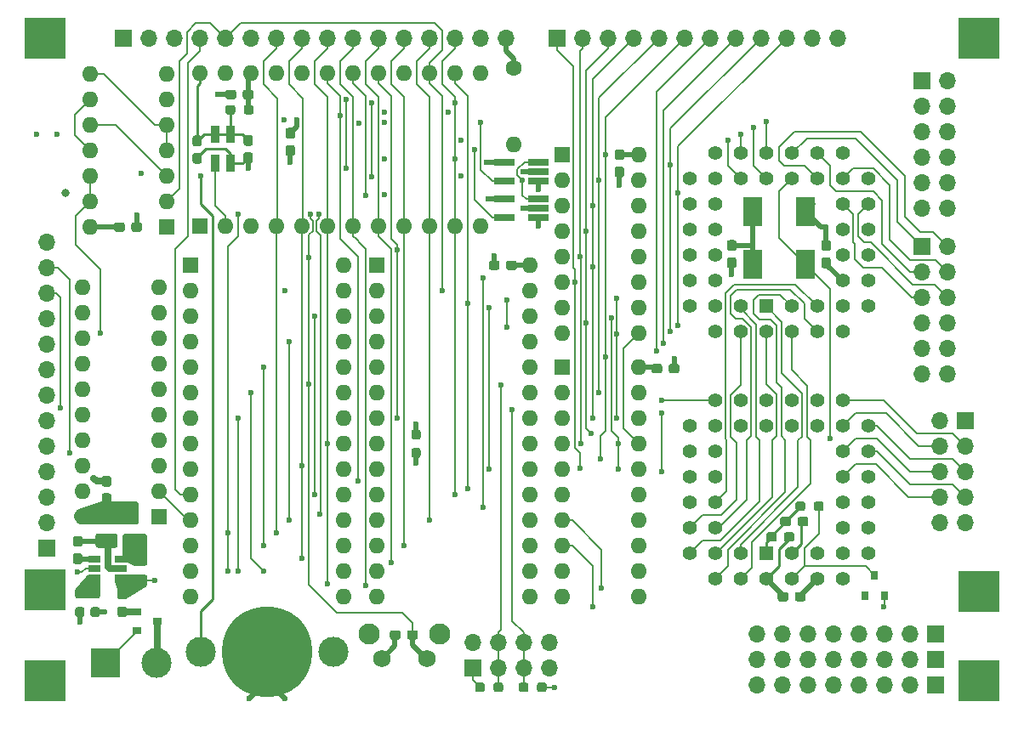
<source format=gbl>
G04 #@! TF.GenerationSoftware,KiCad,Pcbnew,5.1.9*
G04 #@! TF.CreationDate,2021-05-01T23:47:32-07:00*
G04 #@! TF.ProjectId,P80C550-EVN,50383043-3535-4302-9d45-564e2e6b6963,rev?*
G04 #@! TF.SameCoordinates,Original*
G04 #@! TF.FileFunction,Copper,L4,Bot*
G04 #@! TF.FilePolarity,Positive*
%FSLAX46Y46*%
G04 Gerber Fmt 4.6, Leading zero omitted, Abs format (unit mm)*
G04 Created by KiCad (PCBNEW 5.1.9) date 2021-05-01 23:47:32*
%MOMM*%
%LPD*%
G01*
G04 APERTURE LIST*
G04 #@! TA.AperFunction,ComponentPad*
%ADD10O,1.700000X1.700000*%
G04 #@! TD*
G04 #@! TA.AperFunction,ComponentPad*
%ADD11R,1.700000X1.700000*%
G04 #@! TD*
G04 #@! TA.AperFunction,SMDPad,CuDef*
%ADD12R,0.900000X0.800000*%
G04 #@! TD*
G04 #@! TA.AperFunction,ComponentPad*
%ADD13R,3.000000X3.000000*%
G04 #@! TD*
G04 #@! TA.AperFunction,ComponentPad*
%ADD14C,3.000000*%
G04 #@! TD*
G04 #@! TA.AperFunction,SMDPad,CuDef*
%ADD15R,1.220000X0.650000*%
G04 #@! TD*
G04 #@! TA.AperFunction,SMDPad,CuDef*
%ADD16R,2.000000X0.650000*%
G04 #@! TD*
G04 #@! TA.AperFunction,ComponentPad*
%ADD17R,4.100000X4.100000*%
G04 #@! TD*
G04 #@! TA.AperFunction,ComponentPad*
%ADD18R,1.422400X1.422400*%
G04 #@! TD*
G04 #@! TA.AperFunction,ComponentPad*
%ADD19C,1.422400*%
G04 #@! TD*
G04 #@! TA.AperFunction,SMDPad,CuDef*
%ADD20R,0.800000X0.900000*%
G04 #@! TD*
G04 #@! TA.AperFunction,SMDPad,CuDef*
%ADD21R,1.980000X3.000000*%
G04 #@! TD*
G04 #@! TA.AperFunction,SMDPad,CuDef*
%ADD22R,0.900000X1.750000*%
G04 #@! TD*
G04 #@! TA.AperFunction,ComponentPad*
%ADD23O,1.600000X1.600000*%
G04 #@! TD*
G04 #@! TA.AperFunction,ComponentPad*
%ADD24R,1.600000X1.600000*%
G04 #@! TD*
G04 #@! TA.AperFunction,SMDPad,CuDef*
%ADD25C,9.000000*%
G04 #@! TD*
G04 #@! TA.AperFunction,ComponentPad*
%ADD26C,2.100000*%
G04 #@! TD*
G04 #@! TA.AperFunction,ComponentPad*
%ADD27C,1.750000*%
G04 #@! TD*
G04 #@! TA.AperFunction,ComponentPad*
%ADD28C,1.600000*%
G04 #@! TD*
G04 #@! TA.AperFunction,ComponentPad*
%ADD29R,4.099999X4.099999*%
G04 #@! TD*
G04 #@! TA.AperFunction,ViaPad*
%ADD30C,0.600000*%
G04 #@! TD*
G04 #@! TA.AperFunction,ViaPad*
%ADD31C,0.800000*%
G04 #@! TD*
G04 #@! TA.AperFunction,Conductor*
%ADD32C,0.508000*%
G04 #@! TD*
G04 #@! TA.AperFunction,Conductor*
%ADD33C,0.254000*%
G04 #@! TD*
G04 #@! TA.AperFunction,Conductor*
%ADD34C,0.152400*%
G04 #@! TD*
G04 #@! TA.AperFunction,Conductor*
%ADD35C,0.698500*%
G04 #@! TD*
G04 #@! TA.AperFunction,Conductor*
%ADD36C,0.100000*%
G04 #@! TD*
G04 APERTURE END LIST*
G04 #@! TA.AperFunction,SMDPad,CuDef*
G36*
G01*
X107298500Y-120478500D02*
X106823500Y-120478500D01*
G75*
G02*
X106586000Y-120241000I0J237500D01*
G01*
X106586000Y-119641000D01*
G75*
G02*
X106823500Y-119403500I237500J0D01*
G01*
X107298500Y-119403500D01*
G75*
G02*
X107536000Y-119641000I0J-237500D01*
G01*
X107536000Y-120241000D01*
G75*
G02*
X107298500Y-120478500I-237500J0D01*
G01*
G37*
G04 #@! TD.AperFunction*
G04 #@! TA.AperFunction,SMDPad,CuDef*
G36*
G01*
X107298500Y-122203500D02*
X106823500Y-122203500D01*
G75*
G02*
X106586000Y-121966000I0J237500D01*
G01*
X106586000Y-121366000D01*
G75*
G02*
X106823500Y-121128500I237500J0D01*
G01*
X107298500Y-121128500D01*
G75*
G02*
X107536000Y-121366000I0J-237500D01*
G01*
X107536000Y-121966000D01*
G75*
G02*
X107298500Y-122203500I-237500J0D01*
G01*
G37*
G04 #@! TD.AperFunction*
D10*
X101105000Y-96099000D03*
X101105000Y-98639000D03*
X101105000Y-101179000D03*
X101105000Y-103719000D03*
X101105000Y-106259000D03*
X101105000Y-108799000D03*
X101105000Y-111339000D03*
X101105000Y-113879000D03*
X101105000Y-116419000D03*
X101105000Y-118959000D03*
X101105000Y-121499000D03*
X101105000Y-124039000D03*
D11*
X101105000Y-126579000D03*
D12*
X112109000Y-133893600D03*
X110109000Y-132943600D03*
X110109000Y-134843600D03*
G04 #@! TA.AperFunction,SMDPad,CuDef*
G36*
G01*
X107911000Y-124238600D02*
X106211000Y-124238600D01*
G75*
G02*
X105961000Y-123988600I0J250000D01*
G01*
X105961000Y-123063600D01*
G75*
G02*
X106211000Y-122813600I250000J0D01*
G01*
X107911000Y-122813600D01*
G75*
G02*
X108161000Y-123063600I0J-250000D01*
G01*
X108161000Y-123988600D01*
G75*
G02*
X107911000Y-124238600I-250000J0D01*
G01*
G37*
G04 #@! TD.AperFunction*
G04 #@! TA.AperFunction,SMDPad,CuDef*
G36*
G01*
X107911000Y-126563600D02*
X106211000Y-126563600D01*
G75*
G02*
X105961000Y-126313600I0J250000D01*
G01*
X105961000Y-125388600D01*
G75*
G02*
X106211000Y-125138600I250000J0D01*
G01*
X107911000Y-125138600D01*
G75*
G02*
X108161000Y-125388600I0J-250000D01*
G01*
X108161000Y-126313600D01*
G75*
G02*
X107911000Y-126563600I-250000J0D01*
G01*
G37*
G04 #@! TD.AperFunction*
G04 #@! TA.AperFunction,SMDPad,CuDef*
G36*
G01*
X108372900Y-132416000D02*
X108847900Y-132416000D01*
G75*
G02*
X109085400Y-132653500I0J-237500D01*
G01*
X109085400Y-133228500D01*
G75*
G02*
X108847900Y-133466000I-237500J0D01*
G01*
X108372900Y-133466000D01*
G75*
G02*
X108135400Y-133228500I0J237500D01*
G01*
X108135400Y-132653500D01*
G75*
G02*
X108372900Y-132416000I237500J0D01*
G01*
G37*
G04 #@! TD.AperFunction*
G04 #@! TA.AperFunction,SMDPad,CuDef*
G36*
G01*
X108372900Y-130666000D02*
X108847900Y-130666000D01*
G75*
G02*
X109085400Y-130903500I0J-237500D01*
G01*
X109085400Y-131478500D01*
G75*
G02*
X108847900Y-131716000I-237500J0D01*
G01*
X108372900Y-131716000D01*
G75*
G02*
X108135400Y-131478500I0J237500D01*
G01*
X108135400Y-130903500D01*
G75*
G02*
X108372900Y-130666000I237500J0D01*
G01*
G37*
G04 #@! TD.AperFunction*
G04 #@! TA.AperFunction,SMDPad,CuDef*
G36*
G01*
X109062500Y-125142500D02*
X110012500Y-125142500D01*
G75*
G02*
X110262500Y-125392500I0J-250000D01*
G01*
X110262500Y-126067500D01*
G75*
G02*
X110012500Y-126317500I-250000J0D01*
G01*
X109062500Y-126317500D01*
G75*
G02*
X108812500Y-126067500I0J250000D01*
G01*
X108812500Y-125392500D01*
G75*
G02*
X109062500Y-125142500I250000J0D01*
G01*
G37*
G04 #@! TD.AperFunction*
G04 #@! TA.AperFunction,SMDPad,CuDef*
G36*
G01*
X109062500Y-123067500D02*
X110012500Y-123067500D01*
G75*
G02*
X110262500Y-123317500I0J-250000D01*
G01*
X110262500Y-123992500D01*
G75*
G02*
X110012500Y-124242500I-250000J0D01*
G01*
X109062500Y-124242500D01*
G75*
G02*
X108812500Y-123992500I0J250000D01*
G01*
X108812500Y-123317500D01*
G75*
G02*
X109062500Y-123067500I250000J0D01*
G01*
G37*
G04 #@! TD.AperFunction*
G04 #@! TA.AperFunction,SMDPad,CuDef*
G36*
G01*
X110876100Y-128344600D02*
X109926100Y-128344600D01*
G75*
G02*
X109676100Y-128094600I0J250000D01*
G01*
X109676100Y-127419600D01*
G75*
G02*
X109926100Y-127169600I250000J0D01*
G01*
X110876100Y-127169600D01*
G75*
G02*
X111126100Y-127419600I0J-250000D01*
G01*
X111126100Y-128094600D01*
G75*
G02*
X110876100Y-128344600I-250000J0D01*
G01*
G37*
G04 #@! TD.AperFunction*
G04 #@! TA.AperFunction,SMDPad,CuDef*
G36*
G01*
X110876100Y-130419600D02*
X109926100Y-130419600D01*
G75*
G02*
X109676100Y-130169600I0J250000D01*
G01*
X109676100Y-129494600D01*
G75*
G02*
X109926100Y-129244600I250000J0D01*
G01*
X110876100Y-129244600D01*
G75*
G02*
X111126100Y-129494600I0J-250000D01*
G01*
X111126100Y-130169600D01*
G75*
G02*
X110876100Y-130419600I-250000J0D01*
G01*
G37*
G04 #@! TD.AperFunction*
G04 #@! TA.AperFunction,SMDPad,CuDef*
G36*
G01*
X103940600Y-127109100D02*
X104415600Y-127109100D01*
G75*
G02*
X104653100Y-127346600I0J-237500D01*
G01*
X104653100Y-127946600D01*
G75*
G02*
X104415600Y-128184100I-237500J0D01*
G01*
X103940600Y-128184100D01*
G75*
G02*
X103703100Y-127946600I0J237500D01*
G01*
X103703100Y-127346600D01*
G75*
G02*
X103940600Y-127109100I237500J0D01*
G01*
G37*
G04 #@! TD.AperFunction*
G04 #@! TA.AperFunction,SMDPad,CuDef*
G36*
G01*
X103940600Y-125384100D02*
X104415600Y-125384100D01*
G75*
G02*
X104653100Y-125621600I0J-237500D01*
G01*
X104653100Y-126221600D01*
G75*
G02*
X104415600Y-126459100I-237500J0D01*
G01*
X103940600Y-126459100D01*
G75*
G02*
X103703100Y-126221600I0J237500D01*
G01*
X103703100Y-125621600D01*
G75*
G02*
X103940600Y-125384100I237500J0D01*
G01*
G37*
G04 #@! TD.AperFunction*
D13*
X106934000Y-138049000D03*
D14*
X112014000Y-138049000D03*
D15*
X108472600Y-127675600D03*
X108472600Y-128625600D03*
X108472600Y-129575600D03*
X105852600Y-129575600D03*
X105852600Y-128625600D03*
X105852600Y-127675600D03*
G04 #@! TA.AperFunction,SMDPad,CuDef*
G36*
G01*
X106155500Y-131629600D02*
X105680500Y-131629600D01*
G75*
G02*
X105443000Y-131392100I0J237500D01*
G01*
X105443000Y-130892100D01*
G75*
G02*
X105680500Y-130654600I237500J0D01*
G01*
X106155500Y-130654600D01*
G75*
G02*
X106393000Y-130892100I0J-237500D01*
G01*
X106393000Y-131392100D01*
G75*
G02*
X106155500Y-131629600I-237500J0D01*
G01*
G37*
G04 #@! TD.AperFunction*
G04 #@! TA.AperFunction,SMDPad,CuDef*
G36*
G01*
X106155500Y-133454600D02*
X105680500Y-133454600D01*
G75*
G02*
X105443000Y-133217100I0J237500D01*
G01*
X105443000Y-132717100D01*
G75*
G02*
X105680500Y-132479600I237500J0D01*
G01*
X106155500Y-132479600D01*
G75*
G02*
X106393000Y-132717100I0J-237500D01*
G01*
X106393000Y-133217100D01*
G75*
G02*
X106155500Y-133454600I-237500J0D01*
G01*
G37*
G04 #@! TD.AperFunction*
G04 #@! TA.AperFunction,SMDPad,CuDef*
G36*
G01*
X104156500Y-132481340D02*
X104631500Y-132481340D01*
G75*
G02*
X104869000Y-132718840I0J-237500D01*
G01*
X104869000Y-133218840D01*
G75*
G02*
X104631500Y-133456340I-237500J0D01*
G01*
X104156500Y-133456340D01*
G75*
G02*
X103919000Y-133218840I0J237500D01*
G01*
X103919000Y-132718840D01*
G75*
G02*
X104156500Y-132481340I237500J0D01*
G01*
G37*
G04 #@! TD.AperFunction*
G04 #@! TA.AperFunction,SMDPad,CuDef*
G36*
G01*
X104156500Y-130656340D02*
X104631500Y-130656340D01*
G75*
G02*
X104869000Y-130893840I0J-237500D01*
G01*
X104869000Y-131393840D01*
G75*
G02*
X104631500Y-131631340I-237500J0D01*
G01*
X104156500Y-131631340D01*
G75*
G02*
X103919000Y-131393840I0J237500D01*
G01*
X103919000Y-130893840D01*
G75*
G02*
X104156500Y-130656340I237500J0D01*
G01*
G37*
G04 #@! TD.AperFunction*
G04 #@! TA.AperFunction,SMDPad,CuDef*
G36*
G01*
X138096000Y-117605000D02*
X137621000Y-117605000D01*
G75*
G02*
X137383500Y-117367500I0J237500D01*
G01*
X137383500Y-116867500D01*
G75*
G02*
X137621000Y-116630000I237500J0D01*
G01*
X138096000Y-116630000D01*
G75*
G02*
X138333500Y-116867500I0J-237500D01*
G01*
X138333500Y-117367500D01*
G75*
G02*
X138096000Y-117605000I-237500J0D01*
G01*
G37*
G04 #@! TD.AperFunction*
G04 #@! TA.AperFunction,SMDPad,CuDef*
G36*
G01*
X138096000Y-115780000D02*
X137621000Y-115780000D01*
G75*
G02*
X137383500Y-115542500I0J237500D01*
G01*
X137383500Y-115042500D01*
G75*
G02*
X137621000Y-114805000I237500J0D01*
G01*
X138096000Y-114805000D01*
G75*
G02*
X138333500Y-115042500I0J-237500D01*
G01*
X138333500Y-115542500D01*
G75*
G02*
X138096000Y-115780000I-237500J0D01*
G01*
G37*
G04 #@! TD.AperFunction*
G04 #@! TA.AperFunction,SMDPad,CuDef*
G36*
G01*
X146181100Y-98187500D02*
X146181100Y-98662500D01*
G75*
G02*
X145943600Y-98900000I-237500J0D01*
G01*
X145343600Y-98900000D01*
G75*
G02*
X145106100Y-98662500I0J237500D01*
G01*
X145106100Y-98187500D01*
G75*
G02*
X145343600Y-97950000I237500J0D01*
G01*
X145943600Y-97950000D01*
G75*
G02*
X146181100Y-98187500I0J-237500D01*
G01*
G37*
G04 #@! TD.AperFunction*
G04 #@! TA.AperFunction,SMDPad,CuDef*
G36*
G01*
X147906100Y-98187500D02*
X147906100Y-98662500D01*
G75*
G02*
X147668600Y-98900000I-237500J0D01*
G01*
X147068600Y-98900000D01*
G75*
G02*
X146831100Y-98662500I0J237500D01*
G01*
X146831100Y-98187500D01*
G75*
G02*
X147068600Y-97950000I237500J0D01*
G01*
X147668600Y-97950000D01*
G75*
G02*
X147906100Y-98187500I0J-237500D01*
G01*
G37*
G04 #@! TD.AperFunction*
D16*
X146613300Y-91803100D03*
X146613300Y-93703100D03*
X150033300Y-93703100D03*
X150033300Y-92753100D03*
X150033300Y-91803100D03*
X146630500Y-88140500D03*
X146630500Y-90040500D03*
X150050500Y-90040500D03*
X150050500Y-89090500D03*
X150050500Y-88140500D03*
D10*
X190005000Y-124039000D03*
X192545000Y-124039000D03*
X190005000Y-121499000D03*
X192545000Y-121499000D03*
X190005000Y-118959000D03*
X192545000Y-118959000D03*
X190005000Y-116419000D03*
X192545000Y-116419000D03*
X190005000Y-113879000D03*
D11*
X192545000Y-113879000D03*
D17*
X193925000Y-139827000D03*
X100925000Y-139827000D03*
G04 #@! TA.AperFunction,SMDPad,CuDef*
G36*
G01*
X145562500Y-140699500D02*
X145562500Y-140224500D01*
G75*
G02*
X145800000Y-139987000I237500J0D01*
G01*
X146300000Y-139987000D01*
G75*
G02*
X146537500Y-140224500I0J-237500D01*
G01*
X146537500Y-140699500D01*
G75*
G02*
X146300000Y-140937000I-237500J0D01*
G01*
X145800000Y-140937000D01*
G75*
G02*
X145562500Y-140699500I0J237500D01*
G01*
G37*
G04 #@! TD.AperFunction*
G04 #@! TA.AperFunction,SMDPad,CuDef*
G36*
G01*
X143737500Y-140699500D02*
X143737500Y-140224500D01*
G75*
G02*
X143975000Y-139987000I237500J0D01*
G01*
X144475000Y-139987000D01*
G75*
G02*
X144712500Y-140224500I0J-237500D01*
G01*
X144712500Y-140699500D01*
G75*
G02*
X144475000Y-140937000I-237500J0D01*
G01*
X143975000Y-140937000D01*
G75*
G02*
X143737500Y-140699500I0J237500D01*
G01*
G37*
G04 #@! TD.AperFunction*
G04 #@! TA.AperFunction,SMDPad,CuDef*
G36*
G01*
X149054000Y-140224500D02*
X149054000Y-140699500D01*
G75*
G02*
X148816500Y-140937000I-237500J0D01*
G01*
X148316500Y-140937000D01*
G75*
G02*
X148079000Y-140699500I0J237500D01*
G01*
X148079000Y-140224500D01*
G75*
G02*
X148316500Y-139987000I237500J0D01*
G01*
X148816500Y-139987000D01*
G75*
G02*
X149054000Y-140224500I0J-237500D01*
G01*
G37*
G04 #@! TD.AperFunction*
G04 #@! TA.AperFunction,SMDPad,CuDef*
G36*
G01*
X150879000Y-140224500D02*
X150879000Y-140699500D01*
G75*
G02*
X150641500Y-140937000I-237500J0D01*
G01*
X150141500Y-140937000D01*
G75*
G02*
X149904000Y-140699500I0J237500D01*
G01*
X149904000Y-140224500D01*
G75*
G02*
X150141500Y-139987000I237500J0D01*
G01*
X150641500Y-139987000D01*
G75*
G02*
X150879000Y-140224500I0J-237500D01*
G01*
G37*
G04 #@! TD.AperFunction*
D10*
X151130000Y-136017000D03*
X151130000Y-138557000D03*
X148590000Y-136017000D03*
X148590000Y-138557000D03*
X146050000Y-136017000D03*
X146050000Y-138557000D03*
X143510000Y-136017000D03*
D11*
X143510000Y-138557000D03*
X188214000Y-80010000D03*
D10*
X190754000Y-80010000D03*
X188214000Y-82550000D03*
X190754000Y-82550000D03*
X188214000Y-85090000D03*
X190754000Y-85090000D03*
X188214000Y-87630000D03*
X190754000Y-87630000D03*
X188214000Y-90170000D03*
X190754000Y-90170000D03*
X188214000Y-92710000D03*
X190754000Y-92710000D03*
D18*
X172720000Y-127127000D03*
D19*
X175260000Y-127127000D03*
X177800000Y-127127000D03*
X170180000Y-127127000D03*
X167640000Y-127127000D03*
X175260000Y-129667000D03*
X177800000Y-129667000D03*
X180340000Y-129667000D03*
X172720000Y-129667000D03*
X170180000Y-129667000D03*
X180340000Y-127127000D03*
X180340000Y-124587000D03*
X180340000Y-122047000D03*
X180340000Y-119507000D03*
X180340000Y-116967000D03*
X182880000Y-127127000D03*
X182880000Y-124587000D03*
X182880000Y-122047000D03*
X182880000Y-119507000D03*
X182880000Y-116967000D03*
X182880000Y-114427000D03*
X180340000Y-114427000D03*
X177800000Y-114427000D03*
X175260000Y-114427000D03*
X172720000Y-114427000D03*
X170180000Y-114427000D03*
X165100000Y-114427000D03*
X180340000Y-111887000D03*
X177800000Y-111887000D03*
X175260000Y-111887000D03*
X172720000Y-111887000D03*
X170180000Y-111887000D03*
X167640000Y-111887000D03*
X167640000Y-114427000D03*
X167640000Y-116967000D03*
X167640000Y-119507000D03*
X167640000Y-122047000D03*
X167640000Y-124587000D03*
X167640000Y-129667000D03*
X165100000Y-116967000D03*
X165100000Y-119507000D03*
X165100000Y-122047000D03*
X165100000Y-124587000D03*
X165100000Y-127127000D03*
D10*
X171831000Y-140208000D03*
X174371000Y-140208000D03*
X176911000Y-140208000D03*
X179451000Y-140208000D03*
X181991000Y-140208000D03*
X184531000Y-140208000D03*
X187071000Y-140208000D03*
D11*
X189611000Y-140208000D03*
D19*
X165100000Y-102489000D03*
X165100000Y-99949000D03*
X165100000Y-97409000D03*
X165100000Y-94869000D03*
X165100000Y-92329000D03*
X167640000Y-105029000D03*
X167640000Y-99949000D03*
X167640000Y-97409000D03*
X167640000Y-94869000D03*
X167640000Y-92329000D03*
X167640000Y-89789000D03*
X167640000Y-87249000D03*
X170180000Y-87249000D03*
X172720000Y-87249000D03*
X175260000Y-87249000D03*
X177800000Y-87249000D03*
X180340000Y-87249000D03*
X165100000Y-89789000D03*
X170180000Y-89789000D03*
X172720000Y-89789000D03*
X175260000Y-89789000D03*
X177800000Y-89789000D03*
X180340000Y-89789000D03*
X182880000Y-89789000D03*
X182880000Y-92329000D03*
X182880000Y-94869000D03*
X182880000Y-97409000D03*
X182880000Y-99949000D03*
X182880000Y-102489000D03*
X180340000Y-92329000D03*
X180340000Y-94869000D03*
X180340000Y-97409000D03*
X180340000Y-99949000D03*
X180340000Y-102489000D03*
X170180000Y-105029000D03*
X172720000Y-105029000D03*
X180340000Y-105029000D03*
X177800000Y-105029000D03*
X175260000Y-105029000D03*
X167640000Y-102489000D03*
X170180000Y-102489000D03*
X177800000Y-102489000D03*
X175260000Y-102489000D03*
D18*
X172720000Y-102489000D03*
D20*
X183515000Y-129302000D03*
X182565000Y-131302000D03*
X184465000Y-131302000D03*
G04 #@! TA.AperFunction,SMDPad,CuDef*
G36*
G01*
X175839000Y-124189500D02*
X175839000Y-123714500D01*
G75*
G02*
X176076500Y-123477000I237500J0D01*
G01*
X176676500Y-123477000D01*
G75*
G02*
X176914000Y-123714500I0J-237500D01*
G01*
X176914000Y-124189500D01*
G75*
G02*
X176676500Y-124427000I-237500J0D01*
G01*
X176076500Y-124427000D01*
G75*
G02*
X175839000Y-124189500I0J237500D01*
G01*
G37*
G04 #@! TD.AperFunction*
G04 #@! TA.AperFunction,SMDPad,CuDef*
G36*
G01*
X174114000Y-124189500D02*
X174114000Y-123714500D01*
G75*
G02*
X174351500Y-123477000I237500J0D01*
G01*
X174951500Y-123477000D01*
G75*
G02*
X175189000Y-123714500I0J-237500D01*
G01*
X175189000Y-124189500D01*
G75*
G02*
X174951500Y-124427000I-237500J0D01*
G01*
X174351500Y-124427000D01*
G75*
G02*
X174114000Y-124189500I0J237500D01*
G01*
G37*
G04 #@! TD.AperFunction*
G04 #@! TA.AperFunction,SMDPad,CuDef*
G36*
G01*
X176613000Y-122190500D02*
X176613000Y-122665500D01*
G75*
G02*
X176375500Y-122903000I-237500J0D01*
G01*
X175875500Y-122903000D01*
G75*
G02*
X175638000Y-122665500I0J237500D01*
G01*
X175638000Y-122190500D01*
G75*
G02*
X175875500Y-121953000I237500J0D01*
G01*
X176375500Y-121953000D01*
G75*
G02*
X176613000Y-122190500I0J-237500D01*
G01*
G37*
G04 #@! TD.AperFunction*
G04 #@! TA.AperFunction,SMDPad,CuDef*
G36*
G01*
X178438000Y-122190500D02*
X178438000Y-122665500D01*
G75*
G02*
X178200500Y-122903000I-237500J0D01*
G01*
X177700500Y-122903000D01*
G75*
G02*
X177463000Y-122665500I0J237500D01*
G01*
X177463000Y-122190500D01*
G75*
G02*
X177700500Y-121953000I237500J0D01*
G01*
X178200500Y-121953000D01*
G75*
G02*
X178438000Y-122190500I0J-237500D01*
G01*
G37*
G04 #@! TD.AperFunction*
G04 #@! TA.AperFunction,SMDPad,CuDef*
G36*
G01*
X174481000Y-125713500D02*
X174481000Y-125238500D01*
G75*
G02*
X174718500Y-125001000I237500J0D01*
G01*
X175293500Y-125001000D01*
G75*
G02*
X175531000Y-125238500I0J-237500D01*
G01*
X175531000Y-125713500D01*
G75*
G02*
X175293500Y-125951000I-237500J0D01*
G01*
X174718500Y-125951000D01*
G75*
G02*
X174481000Y-125713500I0J237500D01*
G01*
G37*
G04 #@! TD.AperFunction*
G04 #@! TA.AperFunction,SMDPad,CuDef*
G36*
G01*
X172731000Y-125713500D02*
X172731000Y-125238500D01*
G75*
G02*
X172968500Y-125001000I237500J0D01*
G01*
X173543500Y-125001000D01*
G75*
G02*
X173781000Y-125238500I0J-237500D01*
G01*
X173781000Y-125713500D01*
G75*
G02*
X173543500Y-125951000I-237500J0D01*
G01*
X172968500Y-125951000D01*
G75*
G02*
X172731000Y-125713500I0J237500D01*
G01*
G37*
G04 #@! TD.AperFunction*
D21*
X171360000Y-98291000D03*
X176620000Y-98291000D03*
X176620000Y-93091000D03*
X171360000Y-93091000D03*
D22*
X117830000Y-85365000D03*
X117830000Y-88265000D03*
X119380000Y-88265000D03*
X119380000Y-85365000D03*
G04 #@! TA.AperFunction,SMDPad,CuDef*
G36*
G01*
X120717500Y-83168500D02*
X120717500Y-82693500D01*
G75*
G02*
X120955000Y-82456000I237500J0D01*
G01*
X121455000Y-82456000D01*
G75*
G02*
X121692500Y-82693500I0J-237500D01*
G01*
X121692500Y-83168500D01*
G75*
G02*
X121455000Y-83406000I-237500J0D01*
G01*
X120955000Y-83406000D01*
G75*
G02*
X120717500Y-83168500I0J237500D01*
G01*
G37*
G04 #@! TD.AperFunction*
G04 #@! TA.AperFunction,SMDPad,CuDef*
G36*
G01*
X118892500Y-83168500D02*
X118892500Y-82693500D01*
G75*
G02*
X119130000Y-82456000I237500J0D01*
G01*
X119630000Y-82456000D01*
G75*
G02*
X119867500Y-82693500I0J-237500D01*
G01*
X119867500Y-83168500D01*
G75*
G02*
X119630000Y-83406000I-237500J0D01*
G01*
X119130000Y-83406000D01*
G75*
G02*
X118892500Y-83168500I0J237500D01*
G01*
G37*
G04 #@! TD.AperFunction*
G04 #@! TA.AperFunction,SMDPad,CuDef*
G36*
G01*
X120618300Y-81644500D02*
X120618300Y-81169500D01*
G75*
G02*
X120855800Y-80932000I237500J0D01*
G01*
X121455800Y-80932000D01*
G75*
G02*
X121693300Y-81169500I0J-237500D01*
G01*
X121693300Y-81644500D01*
G75*
G02*
X121455800Y-81882000I-237500J0D01*
G01*
X120855800Y-81882000D01*
G75*
G02*
X120618300Y-81644500I0J237500D01*
G01*
G37*
G04 #@! TD.AperFunction*
G04 #@! TA.AperFunction,SMDPad,CuDef*
G36*
G01*
X118893300Y-81644500D02*
X118893300Y-81169500D01*
G75*
G02*
X119130800Y-80932000I237500J0D01*
G01*
X119730800Y-80932000D01*
G75*
G02*
X119968300Y-81169500I0J-237500D01*
G01*
X119968300Y-81644500D01*
G75*
G02*
X119730800Y-81882000I-237500J0D01*
G01*
X119130800Y-81882000D01*
G75*
G02*
X118893300Y-81644500I0J237500D01*
G01*
G37*
G04 #@! TD.AperFunction*
D23*
X116332000Y-79248000D03*
X144272000Y-94488000D03*
X118872000Y-79248000D03*
X141732000Y-94488000D03*
X121412000Y-79248000D03*
X139192000Y-94488000D03*
X123952000Y-79248000D03*
X136652000Y-94488000D03*
X126492000Y-79248000D03*
X134112000Y-94488000D03*
X129032000Y-79248000D03*
X131572000Y-94488000D03*
X131572000Y-79248000D03*
X129032000Y-94488000D03*
X134112000Y-79248000D03*
X126492000Y-94488000D03*
X136652000Y-79248000D03*
X123952000Y-94488000D03*
X139192000Y-79248000D03*
X121412000Y-94488000D03*
X141732000Y-79248000D03*
X118872000Y-94488000D03*
X144272000Y-79248000D03*
D24*
X116332000Y-94488000D03*
D25*
X123063000Y-136906000D03*
D14*
X116463000Y-136906000D03*
X129663000Y-136906000D03*
D10*
X171831000Y-137668000D03*
X174371000Y-137668000D03*
X176911000Y-137668000D03*
X179451000Y-137668000D03*
X181991000Y-137668000D03*
X184531000Y-137668000D03*
X187071000Y-137668000D03*
D11*
X189611000Y-137668000D03*
D10*
X171831000Y-135128000D03*
X174371000Y-135128000D03*
X176911000Y-135128000D03*
X179451000Y-135128000D03*
X181991000Y-135128000D03*
X184531000Y-135128000D03*
X187071000Y-135128000D03*
D11*
X189611000Y-135128000D03*
D24*
X133959600Y-98425000D03*
D23*
X149199600Y-131445000D03*
X133959600Y-100965000D03*
X149199600Y-128905000D03*
X133959600Y-103505000D03*
X149199600Y-126365000D03*
X133959600Y-106045000D03*
X149199600Y-123825000D03*
X133959600Y-108585000D03*
X149199600Y-121285000D03*
X133959600Y-111125000D03*
X149199600Y-118745000D03*
X133959600Y-113665000D03*
X149199600Y-116205000D03*
X133959600Y-116205000D03*
X149199600Y-113665000D03*
X133959600Y-118745000D03*
X149199600Y-111125000D03*
X133959600Y-121285000D03*
X149199600Y-108585000D03*
X133959600Y-123825000D03*
X149199600Y-106045000D03*
X133959600Y-126365000D03*
X149199600Y-103505000D03*
X133959600Y-128905000D03*
X149199600Y-100965000D03*
X133959600Y-131445000D03*
X149199600Y-98425000D03*
D26*
X133178000Y-135128000D03*
D27*
X134438000Y-137618000D03*
X138938000Y-137618000D03*
D26*
X140188000Y-135128000D03*
G04 #@! TA.AperFunction,SMDPad,CuDef*
G36*
G01*
X136327000Y-135017500D02*
X136327000Y-135492500D01*
G75*
G02*
X136089500Y-135730000I-237500J0D01*
G01*
X135489500Y-135730000D01*
G75*
G02*
X135252000Y-135492500I0J237500D01*
G01*
X135252000Y-135017500D01*
G75*
G02*
X135489500Y-134780000I237500J0D01*
G01*
X136089500Y-134780000D01*
G75*
G02*
X136327000Y-135017500I0J-237500D01*
G01*
G37*
G04 #@! TD.AperFunction*
G04 #@! TA.AperFunction,SMDPad,CuDef*
G36*
G01*
X138052000Y-135017500D02*
X138052000Y-135492500D01*
G75*
G02*
X137814500Y-135730000I-237500J0D01*
G01*
X137214500Y-135730000D01*
G75*
G02*
X136977000Y-135492500I0J237500D01*
G01*
X136977000Y-135017500D01*
G75*
G02*
X137214500Y-134780000I237500J0D01*
G01*
X137814500Y-134780000D01*
G75*
G02*
X138052000Y-135017500I0J-237500D01*
G01*
G37*
G04 #@! TD.AperFunction*
D11*
X188214000Y-96520000D03*
D10*
X190754000Y-96520000D03*
X188214000Y-99060000D03*
X190754000Y-99060000D03*
X188214000Y-101600000D03*
X190754000Y-101600000D03*
X188214000Y-104140000D03*
X190754000Y-104140000D03*
X188214000Y-106680000D03*
X190754000Y-106680000D03*
X188214000Y-109220000D03*
X190754000Y-109220000D03*
G04 #@! TA.AperFunction,SMDPad,CuDef*
G36*
G01*
X120920500Y-87166500D02*
X121395500Y-87166500D01*
G75*
G02*
X121633000Y-87404000I0J-237500D01*
G01*
X121633000Y-88004000D01*
G75*
G02*
X121395500Y-88241500I-237500J0D01*
G01*
X120920500Y-88241500D01*
G75*
G02*
X120683000Y-88004000I0J237500D01*
G01*
X120683000Y-87404000D01*
G75*
G02*
X120920500Y-87166500I237500J0D01*
G01*
G37*
G04 #@! TD.AperFunction*
G04 #@! TA.AperFunction,SMDPad,CuDef*
G36*
G01*
X120920500Y-85441500D02*
X121395500Y-85441500D01*
G75*
G02*
X121633000Y-85679000I0J-237500D01*
G01*
X121633000Y-86279000D01*
G75*
G02*
X121395500Y-86516500I-237500J0D01*
G01*
X120920500Y-86516500D01*
G75*
G02*
X120683000Y-86279000I0J237500D01*
G01*
X120683000Y-85679000D01*
G75*
G02*
X120920500Y-85441500I237500J0D01*
G01*
G37*
G04 #@! TD.AperFunction*
G04 #@! TA.AperFunction,SMDPad,CuDef*
G36*
G01*
X115840500Y-87219500D02*
X116315500Y-87219500D01*
G75*
G02*
X116553000Y-87457000I0J-237500D01*
G01*
X116553000Y-88057000D01*
G75*
G02*
X116315500Y-88294500I-237500J0D01*
G01*
X115840500Y-88294500D01*
G75*
G02*
X115603000Y-88057000I0J237500D01*
G01*
X115603000Y-87457000D01*
G75*
G02*
X115840500Y-87219500I237500J0D01*
G01*
G37*
G04 #@! TD.AperFunction*
G04 #@! TA.AperFunction,SMDPad,CuDef*
G36*
G01*
X115840500Y-85494500D02*
X116315500Y-85494500D01*
G75*
G02*
X116553000Y-85732000I0J-237500D01*
G01*
X116553000Y-86332000D01*
G75*
G02*
X116315500Y-86569500I-237500J0D01*
G01*
X115840500Y-86569500D01*
G75*
G02*
X115603000Y-86332000I0J237500D01*
G01*
X115603000Y-85732000D01*
G75*
G02*
X115840500Y-85494500I237500J0D01*
G01*
G37*
G04 #@! TD.AperFunction*
G04 #@! TA.AperFunction,SMDPad,CuDef*
G36*
G01*
X109518500Y-94852500D02*
X109518500Y-94377500D01*
G75*
G02*
X109756000Y-94140000I237500J0D01*
G01*
X110356000Y-94140000D01*
G75*
G02*
X110593500Y-94377500I0J-237500D01*
G01*
X110593500Y-94852500D01*
G75*
G02*
X110356000Y-95090000I-237500J0D01*
G01*
X109756000Y-95090000D01*
G75*
G02*
X109518500Y-94852500I0J237500D01*
G01*
G37*
G04 #@! TD.AperFunction*
G04 #@! TA.AperFunction,SMDPad,CuDef*
G36*
G01*
X107793500Y-94852500D02*
X107793500Y-94377500D01*
G75*
G02*
X108031000Y-94140000I237500J0D01*
G01*
X108631000Y-94140000D01*
G75*
G02*
X108868500Y-94377500I0J-237500D01*
G01*
X108868500Y-94852500D01*
G75*
G02*
X108631000Y-95090000I-237500J0D01*
G01*
X108031000Y-95090000D01*
G75*
G02*
X107793500Y-94852500I0J237500D01*
G01*
G37*
G04 #@! TD.AperFunction*
G04 #@! TA.AperFunction,SMDPad,CuDef*
G36*
G01*
X163012000Y-108949500D02*
X163012000Y-108474500D01*
G75*
G02*
X163249500Y-108237000I237500J0D01*
G01*
X163849500Y-108237000D01*
G75*
G02*
X164087000Y-108474500I0J-237500D01*
G01*
X164087000Y-108949500D01*
G75*
G02*
X163849500Y-109187000I-237500J0D01*
G01*
X163249500Y-109187000D01*
G75*
G02*
X163012000Y-108949500I0J237500D01*
G01*
G37*
G04 #@! TD.AperFunction*
G04 #@! TA.AperFunction,SMDPad,CuDef*
G36*
G01*
X161287000Y-108949500D02*
X161287000Y-108474500D01*
G75*
G02*
X161524500Y-108237000I237500J0D01*
G01*
X162124500Y-108237000D01*
G75*
G02*
X162362000Y-108474500I0J-237500D01*
G01*
X162362000Y-108949500D01*
G75*
G02*
X162124500Y-109187000I-237500J0D01*
G01*
X161524500Y-109187000D01*
G75*
G02*
X161287000Y-108949500I0J237500D01*
G01*
G37*
G04 #@! TD.AperFunction*
G04 #@! TA.AperFunction,SMDPad,CuDef*
G36*
G01*
X175585000Y-131682500D02*
X175585000Y-131207500D01*
G75*
G02*
X175822500Y-130970000I237500J0D01*
G01*
X176422500Y-130970000D01*
G75*
G02*
X176660000Y-131207500I0J-237500D01*
G01*
X176660000Y-131682500D01*
G75*
G02*
X176422500Y-131920000I-237500J0D01*
G01*
X175822500Y-131920000D01*
G75*
G02*
X175585000Y-131682500I0J237500D01*
G01*
G37*
G04 #@! TD.AperFunction*
G04 #@! TA.AperFunction,SMDPad,CuDef*
G36*
G01*
X173860000Y-131682500D02*
X173860000Y-131207500D01*
G75*
G02*
X174097500Y-130970000I237500J0D01*
G01*
X174697500Y-130970000D01*
G75*
G02*
X174935000Y-131207500I0J-237500D01*
G01*
X174935000Y-131682500D01*
G75*
G02*
X174697500Y-131920000I-237500J0D01*
G01*
X174097500Y-131920000D01*
G75*
G02*
X173860000Y-131682500I0J237500D01*
G01*
G37*
G04 #@! TD.AperFunction*
D23*
X147574000Y-86360000D03*
D28*
X147574000Y-78740000D03*
G04 #@! TA.AperFunction,SMDPad,CuDef*
G36*
G01*
X157877500Y-88590000D02*
X158352500Y-88590000D01*
G75*
G02*
X158590000Y-88827500I0J-237500D01*
G01*
X158590000Y-89427500D01*
G75*
G02*
X158352500Y-89665000I-237500J0D01*
G01*
X157877500Y-89665000D01*
G75*
G02*
X157640000Y-89427500I0J237500D01*
G01*
X157640000Y-88827500D01*
G75*
G02*
X157877500Y-88590000I237500J0D01*
G01*
G37*
G04 #@! TD.AperFunction*
G04 #@! TA.AperFunction,SMDPad,CuDef*
G36*
G01*
X157877500Y-86865000D02*
X158352500Y-86865000D01*
G75*
G02*
X158590000Y-87102500I0J-237500D01*
G01*
X158590000Y-87702500D01*
G75*
G02*
X158352500Y-87940000I-237500J0D01*
G01*
X157877500Y-87940000D01*
G75*
G02*
X157640000Y-87702500I0J237500D01*
G01*
X157640000Y-87102500D01*
G75*
G02*
X157877500Y-86865000I237500J0D01*
G01*
G37*
G04 #@! TD.AperFunction*
G04 #@! TA.AperFunction,SMDPad,CuDef*
G36*
G01*
X169053500Y-97633500D02*
X169528500Y-97633500D01*
G75*
G02*
X169766000Y-97871000I0J-237500D01*
G01*
X169766000Y-98471000D01*
G75*
G02*
X169528500Y-98708500I-237500J0D01*
G01*
X169053500Y-98708500D01*
G75*
G02*
X168816000Y-98471000I0J237500D01*
G01*
X168816000Y-97871000D01*
G75*
G02*
X169053500Y-97633500I237500J0D01*
G01*
G37*
G04 #@! TD.AperFunction*
G04 #@! TA.AperFunction,SMDPad,CuDef*
G36*
G01*
X169053500Y-95908500D02*
X169528500Y-95908500D01*
G75*
G02*
X169766000Y-96146000I0J-237500D01*
G01*
X169766000Y-96746000D01*
G75*
G02*
X169528500Y-96983500I-237500J0D01*
G01*
X169053500Y-96983500D01*
G75*
G02*
X168816000Y-96746000I0J237500D01*
G01*
X168816000Y-96146000D01*
G75*
G02*
X169053500Y-95908500I237500J0D01*
G01*
G37*
G04 #@! TD.AperFunction*
G04 #@! TA.AperFunction,SMDPad,CuDef*
G36*
G01*
X178926500Y-96983500D02*
X178451500Y-96983500D01*
G75*
G02*
X178214000Y-96746000I0J237500D01*
G01*
X178214000Y-96146000D01*
G75*
G02*
X178451500Y-95908500I237500J0D01*
G01*
X178926500Y-95908500D01*
G75*
G02*
X179164000Y-96146000I0J-237500D01*
G01*
X179164000Y-96746000D01*
G75*
G02*
X178926500Y-96983500I-237500J0D01*
G01*
G37*
G04 #@! TD.AperFunction*
G04 #@! TA.AperFunction,SMDPad,CuDef*
G36*
G01*
X178926500Y-98708500D02*
X178451500Y-98708500D01*
G75*
G02*
X178214000Y-98471000I0J237500D01*
G01*
X178214000Y-97871000D01*
G75*
G02*
X178451500Y-97633500I237500J0D01*
G01*
X178926500Y-97633500D01*
G75*
G02*
X179164000Y-97871000I0J-237500D01*
G01*
X179164000Y-98471000D01*
G75*
G02*
X178926500Y-98708500I-237500J0D01*
G01*
G37*
G04 #@! TD.AperFunction*
G04 #@! TA.AperFunction,SMDPad,CuDef*
G36*
G01*
X125111500Y-86457500D02*
X125586500Y-86457500D01*
G75*
G02*
X125824000Y-86695000I0J-237500D01*
G01*
X125824000Y-87295000D01*
G75*
G02*
X125586500Y-87532500I-237500J0D01*
G01*
X125111500Y-87532500D01*
G75*
G02*
X124874000Y-87295000I0J237500D01*
G01*
X124874000Y-86695000D01*
G75*
G02*
X125111500Y-86457500I237500J0D01*
G01*
G37*
G04 #@! TD.AperFunction*
G04 #@! TA.AperFunction,SMDPad,CuDef*
G36*
G01*
X125111500Y-84732500D02*
X125586500Y-84732500D01*
G75*
G02*
X125824000Y-84970000I0J-237500D01*
G01*
X125824000Y-85570000D01*
G75*
G02*
X125586500Y-85807500I-237500J0D01*
G01*
X125111500Y-85807500D01*
G75*
G02*
X124874000Y-85570000I0J237500D01*
G01*
X124874000Y-84970000D01*
G75*
G02*
X125111500Y-84732500I237500J0D01*
G01*
G37*
G04 #@! TD.AperFunction*
D11*
X151905000Y-75779000D03*
D10*
X154445000Y-75779000D03*
X156985000Y-75779000D03*
X159525000Y-75779000D03*
X162065000Y-75779000D03*
X164605000Y-75779000D03*
X167145000Y-75779000D03*
X169685000Y-75779000D03*
X172225000Y-75779000D03*
X174765000Y-75779000D03*
X177305000Y-75779000D03*
X179845000Y-75779000D03*
D23*
X130683000Y-98425000D03*
X115443000Y-131445000D03*
X130683000Y-100965000D03*
X115443000Y-128905000D03*
X130683000Y-103505000D03*
X115443000Y-126365000D03*
X130683000Y-106045000D03*
X115443000Y-123825000D03*
X130683000Y-108585000D03*
X115443000Y-121285000D03*
X130683000Y-111125000D03*
X115443000Y-118745000D03*
X130683000Y-113665000D03*
X115443000Y-116205000D03*
X130683000Y-116205000D03*
X115443000Y-113665000D03*
X130683000Y-118745000D03*
X115443000Y-111125000D03*
X130683000Y-121285000D03*
X115443000Y-108585000D03*
X130683000Y-123825000D03*
X115443000Y-106045000D03*
X130683000Y-126365000D03*
X115443000Y-103505000D03*
X130683000Y-128905000D03*
X115443000Y-100965000D03*
X130683000Y-131445000D03*
D24*
X115443000Y-98425000D03*
D23*
X104648000Y-123444000D03*
X112268000Y-100584000D03*
X104648000Y-120904000D03*
X112268000Y-103124000D03*
X104648000Y-118364000D03*
X112268000Y-105664000D03*
X104648000Y-115824000D03*
X112268000Y-108204000D03*
X104648000Y-113284000D03*
X112268000Y-110744000D03*
X104648000Y-110744000D03*
X112268000Y-113284000D03*
X104648000Y-108204000D03*
X112268000Y-115824000D03*
X104648000Y-105664000D03*
X112268000Y-118364000D03*
X104648000Y-103124000D03*
X112268000Y-120904000D03*
X104648000Y-100584000D03*
D24*
X112268000Y-123444000D03*
D17*
X100925000Y-75779000D03*
D24*
X152450800Y-108585000D03*
D23*
X160070800Y-131445000D03*
X152450800Y-111125000D03*
X160070800Y-128905000D03*
X152450800Y-113665000D03*
X160070800Y-126365000D03*
X152450800Y-116205000D03*
X160070800Y-123825000D03*
X152450800Y-118745000D03*
X160070800Y-121285000D03*
X152450800Y-121285000D03*
X160070800Y-118745000D03*
X152450800Y-123825000D03*
X160070800Y-116205000D03*
X152450800Y-126365000D03*
X160070800Y-113665000D03*
X152450800Y-128905000D03*
X160070800Y-111125000D03*
X152450800Y-131445000D03*
X160070800Y-108585000D03*
D24*
X113030000Y-94615000D03*
D23*
X105410000Y-79375000D03*
X113030000Y-92075000D03*
X105410000Y-81915000D03*
X113030000Y-89535000D03*
X105410000Y-84455000D03*
X113030000Y-86995000D03*
X105410000Y-86995000D03*
X113030000Y-84455000D03*
X105410000Y-89535000D03*
X113030000Y-81915000D03*
X105410000Y-92075000D03*
X113030000Y-79375000D03*
X105410000Y-94615000D03*
D17*
X193925000Y-75779000D03*
X100925000Y-130779000D03*
D29*
X193925000Y-130879000D03*
D10*
X146825000Y-75779000D03*
X144285000Y-75779000D03*
X141745000Y-75779000D03*
X139205000Y-75779000D03*
X136665000Y-75779000D03*
X134125000Y-75779000D03*
X131585000Y-75779000D03*
X129045000Y-75779000D03*
X126505000Y-75779000D03*
X123965000Y-75779000D03*
X121425000Y-75779000D03*
X118885000Y-75779000D03*
X116345000Y-75779000D03*
X113805000Y-75779000D03*
X111265000Y-75779000D03*
D11*
X108725000Y-75779000D03*
D24*
X152400000Y-87376000D03*
D23*
X160020000Y-105156000D03*
X152400000Y-89916000D03*
X160020000Y-102616000D03*
X152400000Y-92456000D03*
X160020000Y-100076000D03*
X152400000Y-94996000D03*
X160020000Y-97536000D03*
X152400000Y-97536000D03*
X160020000Y-94996000D03*
X152400000Y-100076000D03*
X160020000Y-92456000D03*
X152400000Y-102616000D03*
X160020000Y-89916000D03*
X152400000Y-105156000D03*
X160020000Y-87376000D03*
D30*
X124383800Y-138099800D03*
X122275600Y-136601200D03*
X124714000Y-83947000D03*
X121158000Y-88773000D03*
X118110000Y-81407000D03*
X125349000Y-88138000D03*
X184404000Y-132461000D03*
X124841000Y-100965000D03*
X158115000Y-90424000D03*
X100076000Y-85344000D03*
X110490000Y-89281000D03*
X145643600Y-97477200D03*
X150037800Y-90881200D03*
X150037800Y-94538800D03*
X134747000Y-91389200D03*
X141097000Y-83185000D03*
X134747000Y-84150200D03*
X134736800Y-87818000D03*
X163576000Y-107696000D03*
X169291000Y-99314000D03*
X178689000Y-94615000D03*
X110045500Y-93408500D03*
X124841000Y-141588000D03*
X121285000Y-141588000D03*
X110832900Y-125755400D03*
X110820200Y-126619000D03*
X104394000Y-133985000D03*
X137858500Y-114241200D03*
X105791000Y-119634000D03*
X141732000Y-121285000D03*
X127762000Y-121285000D03*
X127762000Y-103505000D03*
X141732000Y-82245200D03*
X141732000Y-87807800D03*
X139192000Y-123825000D03*
X125222000Y-123825000D03*
X125222000Y-106045000D03*
X136652000Y-126365000D03*
X122682000Y-126365000D03*
X122682000Y-108585000D03*
X135382000Y-128016000D03*
X121412000Y-111125000D03*
X122682000Y-128905000D03*
X120142000Y-113665000D03*
X132842000Y-130302000D03*
X120142000Y-128905000D03*
X129032000Y-130175000D03*
X129032000Y-116205000D03*
X155448000Y-132461000D03*
X126492000Y-127635000D03*
X126492000Y-118364000D03*
X156337000Y-130557401D03*
X123952000Y-125095000D03*
X140462000Y-100965000D03*
X157870400Y-113665000D03*
X157870400Y-101736400D03*
X157870400Y-105273600D03*
X163195000Y-105029000D03*
X163195000Y-88392000D03*
X148539200Y-89103200D03*
X144526000Y-99695000D03*
X144526000Y-122555000D03*
X109918500Y-122301000D03*
X109093000Y-122301000D03*
X108267500Y-122301000D03*
X125984000Y-83947000D03*
X151638000Y-140462000D03*
X102108000Y-85344000D03*
D31*
X102946200Y-91186000D03*
D30*
X144907000Y-88138000D03*
X145034000Y-91821000D03*
X142367000Y-89484200D03*
X134747000Y-83185000D03*
X142367000Y-85928200D03*
X132181600Y-84226400D03*
X171360000Y-96229000D03*
X171360000Y-95086000D03*
X106870500Y-132969000D03*
X162306000Y-113157000D03*
X162306000Y-118999000D03*
X102489000Y-112649000D03*
X154178000Y-97536000D03*
X154246200Y-116205000D03*
X143002000Y-102235000D03*
X143002000Y-120650000D03*
X154813000Y-94996000D03*
X154822400Y-104130600D03*
X155254201Y-115128799D03*
X156083000Y-89916000D03*
X156083000Y-111125000D03*
X162306000Y-111887000D03*
X161798000Y-106934000D03*
X155448000Y-92456000D03*
X155448000Y-98552000D03*
X155448000Y-113665000D03*
X156210000Y-117729000D03*
X156718000Y-87376000D03*
X156718000Y-107569000D03*
X162496500Y-106235500D03*
X179070000Y-115697000D03*
X136017000Y-113665000D03*
X157294200Y-103690800D03*
X163957000Y-104394000D03*
X157988000Y-118745000D03*
X157988000Y-116205000D03*
X136017000Y-96901000D03*
X148539200Y-92760800D03*
X163957000Y-91186000D03*
X128181003Y-93345000D03*
X128270000Y-123190000D03*
X132080000Y-119888000D03*
X130302000Y-83489800D03*
X145102200Y-102652589D03*
X145161000Y-118745000D03*
X127185800Y-110237401D03*
X127381000Y-93345000D03*
X127185800Y-97604200D03*
X132842000Y-91465400D03*
X146939000Y-101854000D03*
X146907389Y-104616389D03*
X106426000Y-105156000D03*
X147447000Y-112777401D03*
X146304000Y-110363000D03*
X111887000Y-129794000D03*
X120142000Y-93345000D03*
X119126000Y-128905000D03*
X104140000Y-129006600D03*
X119126000Y-125095000D03*
X153670000Y-100076000D03*
X154178000Y-118618000D03*
X130937000Y-81915000D03*
X130937000Y-88773000D03*
X148463000Y-89916000D03*
X144322800Y-84150200D03*
X143662400Y-86918800D03*
X133477000Y-82245200D03*
X133477000Y-89560400D03*
X103378000Y-117094000D03*
X137871200Y-118135400D03*
X168910000Y-85979000D03*
X170180000Y-85344000D03*
X171450000Y-84709000D03*
X172720000Y-84074000D03*
X116459000Y-89535000D03*
D32*
X134438000Y-137668000D02*
X135763000Y-136343000D01*
X135763000Y-135281500D02*
X135789500Y-135255000D01*
X135763000Y-136343000D02*
X135763000Y-135281500D01*
X121158000Y-87704000D02*
X121158000Y-88773000D01*
X119430800Y-81407000D02*
X118110000Y-81407000D01*
D33*
X116078000Y-87693500D02*
X116967000Y-86804500D01*
X116078000Y-87757000D02*
X116078000Y-87693500D01*
X116967000Y-86804500D02*
X118872000Y-86804500D01*
X118872000Y-86804500D02*
X119380000Y-87312500D01*
X119380000Y-87312500D02*
X119380000Y-88265000D01*
X120597000Y-88265000D02*
X121158000Y-87704000D01*
X119380000Y-88265000D02*
X120597000Y-88265000D01*
D34*
X184465000Y-132400000D02*
X184404000Y-132461000D01*
X184465000Y-131302000D02*
X184465000Y-132400000D01*
D32*
X176122500Y-131344500D02*
X177800000Y-129667000D01*
X176122500Y-131445000D02*
X176122500Y-131344500D01*
D33*
X176212500Y-124116000D02*
X176376500Y-123952000D01*
X176212500Y-126174500D02*
X176212500Y-124116000D01*
X176212500Y-126174500D02*
X175260000Y-127127000D01*
D32*
X158115000Y-89127500D02*
X158115000Y-90424000D01*
X176620000Y-93091000D02*
X177292000Y-93091000D01*
X125349000Y-86995000D02*
X125349000Y-88138000D01*
X145643600Y-98425000D02*
X145643600Y-97477200D01*
X150050500Y-90868500D02*
X150037800Y-90881200D01*
X150050500Y-90040500D02*
X150050500Y-90868500D01*
X150033300Y-94534300D02*
X150037800Y-94538800D01*
X150033300Y-93703100D02*
X150033300Y-94534300D01*
X163549500Y-107722500D02*
X163576000Y-107696000D01*
X163549500Y-108712000D02*
X163549500Y-107722500D01*
X177382000Y-92329000D02*
X176620000Y-93091000D01*
X178689000Y-96446000D02*
X178689000Y-95377000D01*
X169291000Y-98171000D02*
X169291000Y-99314000D01*
X178689000Y-94869000D02*
X178689000Y-94615000D01*
X178689000Y-95377000D02*
X178689000Y-94869000D01*
X178144000Y-94615000D02*
X176620000Y-93091000D01*
X178689000Y-94615000D02*
X178144000Y-94615000D01*
X110056000Y-93419000D02*
X110045500Y-93408500D01*
X110056000Y-94615000D02*
X110056000Y-93419000D01*
X123063000Y-139810000D02*
X124841000Y-141588000D01*
X123063000Y-136906000D02*
X123063000Y-139810000D01*
X123063000Y-139810000D02*
X121285000Y-141588000D01*
D34*
X110109000Y-134874000D02*
X106934000Y-138049000D01*
X110109000Y-134843600D02*
X110109000Y-134874000D01*
D32*
X104394000Y-132968840D02*
X104394000Y-133985000D01*
X137858500Y-115292500D02*
X137858500Y-114241200D01*
D35*
X106098000Y-119941000D02*
X105791000Y-119634000D01*
X107061000Y-119941000D02*
X106098000Y-119941000D01*
D34*
X141745000Y-75779000D02*
X141745000Y-76822000D01*
X141745000Y-76822000D02*
X140462000Y-78105000D01*
X140462000Y-78105000D02*
X140462000Y-80391000D01*
X140462000Y-80391000D02*
X141732000Y-81661000D01*
D33*
X112268000Y-103124000D02*
X112141000Y-103124000D01*
D34*
X127762000Y-121285000D02*
X127762000Y-103505000D01*
X141732000Y-100203000D02*
X141732000Y-121285000D01*
X141732000Y-94488000D02*
X141732000Y-100203000D01*
X141732000Y-81661000D02*
X141732000Y-82245200D01*
X141732000Y-87807800D02*
X141732000Y-94488000D01*
X141732000Y-82245200D02*
X141732000Y-87807800D01*
X168783000Y-115824000D02*
X168783000Y-120904000D01*
X168656000Y-115697000D02*
X168783000Y-115824000D01*
X168656000Y-101219000D02*
X168656000Y-115697000D01*
X168783000Y-120904000D02*
X167640000Y-122047000D01*
X169545000Y-100330000D02*
X168656000Y-101219000D01*
X175641000Y-100330000D02*
X169545000Y-100330000D01*
X177800000Y-102489000D02*
X175641000Y-100330000D01*
X139205000Y-75779000D02*
X139205000Y-76822000D01*
X139205000Y-76822000D02*
X137922000Y-78105000D01*
X137922000Y-78105000D02*
X137922000Y-80391000D01*
X137922000Y-80391000D02*
X139192000Y-81661000D01*
X139192000Y-94488000D02*
X139192000Y-123825000D01*
X125222000Y-123825000D02*
X125222000Y-106045000D01*
X139192000Y-91440000D02*
X139192000Y-94488000D01*
X139192000Y-81661000D02*
X139192000Y-91440000D01*
X168275000Y-123317000D02*
X166370000Y-123317000D01*
X169799000Y-121793000D02*
X168275000Y-123317000D01*
X166370000Y-123317000D02*
X165100000Y-124587000D01*
X169799000Y-116078000D02*
X169799000Y-121793000D01*
X169192599Y-115471599D02*
X169799000Y-116078000D01*
X169192599Y-111350401D02*
X169192599Y-115471599D01*
X170180000Y-110363000D02*
X169192599Y-111350401D01*
X170180000Y-105029000D02*
X170180000Y-110363000D01*
X136665000Y-76467000D02*
X136665000Y-75779000D01*
X136665000Y-75779000D02*
X136665000Y-76822000D01*
X136665000Y-76822000D02*
X135382000Y-78105000D01*
X135382000Y-78105000D02*
X135382000Y-80391000D01*
X136652000Y-81661000D02*
X136652000Y-94488000D01*
X135382000Y-80391000D02*
X136652000Y-81661000D01*
X122682000Y-126365000D02*
X122682000Y-108585000D01*
X136652000Y-99441000D02*
X136652000Y-126365000D01*
X136652000Y-94488000D02*
X136652000Y-99441000D01*
X175133000Y-100838000D02*
X169799000Y-100838000D01*
X168021000Y-124587000D02*
X167640000Y-124587000D01*
X169164000Y-101473000D02*
X169164000Y-103251000D01*
X171196000Y-104583646D02*
X171196000Y-115443000D01*
X176530000Y-102235000D02*
X175133000Y-100838000D01*
X169164000Y-103251000D02*
X169672000Y-103759000D01*
X177800000Y-105029000D02*
X176530000Y-103759000D01*
X169672000Y-103759000D02*
X170371354Y-103759000D01*
X170371354Y-103759000D02*
X171196000Y-104583646D01*
X169799000Y-100838000D02*
X169164000Y-101473000D01*
X171196000Y-115443000D02*
X170815000Y-115824000D01*
X176530000Y-103759000D02*
X176530000Y-102235000D01*
X170815000Y-115824000D02*
X170815000Y-121793000D01*
X170815000Y-121793000D02*
X168021000Y-124587000D01*
X134125000Y-75779000D02*
X133684789Y-76219211D01*
X134125000Y-75779000D02*
X134125000Y-76822000D01*
X134125000Y-76822000D02*
X132842000Y-78105000D01*
X132842000Y-78105000D02*
X132842000Y-80391000D01*
X132842000Y-80391000D02*
X134112000Y-81661000D01*
X134112000Y-94488000D02*
X134112000Y-95504000D01*
X134112000Y-95504000D02*
X135382000Y-96774000D01*
X135382000Y-96774000D02*
X135382000Y-128016000D01*
X134112000Y-90805000D02*
X134112000Y-94488000D01*
X134112000Y-81661000D02*
X134112000Y-90805000D01*
X168148000Y-125857000D02*
X166370000Y-125857000D01*
X166370000Y-125857000D02*
X165100000Y-127127000D01*
X172085000Y-121920000D02*
X168148000Y-125857000D01*
X172085000Y-115824000D02*
X172085000Y-121920000D01*
X171732599Y-115471599D02*
X172085000Y-115824000D01*
X171732599Y-104295599D02*
X171732599Y-115471599D01*
X170180000Y-102743000D02*
X171732599Y-104295599D01*
X170180000Y-102489000D02*
X170180000Y-102743000D01*
X121412000Y-127635000D02*
X121412000Y-127381000D01*
X122682000Y-128905000D02*
X121412000Y-127635000D01*
X121412000Y-127381000D02*
X121412000Y-111125000D01*
X131585000Y-75779000D02*
X131585000Y-76822000D01*
X131585000Y-76822000D02*
X130302000Y-78105000D01*
X130302000Y-78105000D02*
X130302000Y-80391000D01*
X131572000Y-81661000D02*
X131572000Y-94488000D01*
X130302000Y-80391000D02*
X131572000Y-81661000D01*
X131572000Y-94488000D02*
X131572000Y-95504000D01*
X132842000Y-96774000D02*
X132842000Y-130302000D01*
X132334000Y-96266000D02*
X132842000Y-96774000D01*
X131889500Y-95821500D02*
X132334000Y-96266000D01*
X131572000Y-95504000D02*
X131889500Y-95821500D01*
X120142000Y-113665000D02*
X120142000Y-128270000D01*
X168910000Y-128397000D02*
X167640000Y-129667000D01*
X175260000Y-102489000D02*
X174117000Y-101346000D01*
X174117000Y-101346000D02*
X171958000Y-101346000D01*
X171958000Y-101346000D02*
X171450000Y-101854000D01*
X171450000Y-101854000D02*
X171450000Y-103260618D01*
X172016691Y-103827309D02*
X173169309Y-103827309D01*
X174625000Y-115824000D02*
X174625000Y-121031000D01*
X168910000Y-126746000D02*
X168910000Y-128397000D01*
X171450000Y-103260618D02*
X172016691Y-103827309D01*
X173736000Y-104394000D02*
X173736000Y-110109000D01*
X173736000Y-110109000D02*
X174244000Y-110617000D01*
X173169309Y-103827309D02*
X173736000Y-104394000D01*
X174244000Y-110617000D02*
X174244000Y-115443000D01*
X174244000Y-115443000D02*
X174625000Y-115824000D01*
X174625000Y-121031000D02*
X168910000Y-126746000D01*
X120142000Y-128270000D02*
X120142000Y-128905000D01*
X129045000Y-75779000D02*
X129045000Y-76822000D01*
X129045000Y-76822000D02*
X127762000Y-78105000D01*
X127762000Y-78105000D02*
X127762000Y-80391000D01*
X127762000Y-80391000D02*
X129032000Y-81661000D01*
X129032000Y-116205000D02*
X129032000Y-130175000D01*
X129032000Y-94488000D02*
X129032000Y-116205000D01*
X129032000Y-93218000D02*
X129032000Y-94488000D01*
X129032000Y-81661000D02*
X129032000Y-93218000D01*
X172720000Y-110236000D02*
X172720000Y-105029000D01*
X173736000Y-111252000D02*
X172720000Y-110236000D01*
X173355000Y-115824000D02*
X173736000Y-115443000D01*
X173736000Y-115443000D02*
X173736000Y-111252000D01*
X173355000Y-121539000D02*
X173355000Y-115824000D01*
X167767000Y-127127000D02*
X173355000Y-121539000D01*
X167640000Y-127127000D02*
X167767000Y-127127000D01*
X126505000Y-76118222D02*
X126505000Y-75779000D01*
X155448000Y-132461000D02*
X155448000Y-128397000D01*
X153416000Y-126365000D02*
X152450800Y-126365000D01*
X155448000Y-128397000D02*
X153416000Y-126365000D01*
X126492000Y-118745000D02*
X126492000Y-127635000D01*
X126492000Y-94488000D02*
X126492000Y-96520000D01*
X125222000Y-78105000D02*
X125222000Y-80391000D01*
X126505000Y-76822000D02*
X125222000Y-78105000D01*
X126505000Y-75779000D02*
X126505000Y-76822000D01*
X126619000Y-94361000D02*
X126492000Y-94488000D01*
X126619000Y-81788000D02*
X126619000Y-94361000D01*
X125222000Y-80391000D02*
X126619000Y-81788000D01*
X126492000Y-118364000D02*
X126492000Y-118745000D01*
X126492000Y-96520000D02*
X126492000Y-118364000D01*
X177165000Y-115824000D02*
X176812599Y-115471599D01*
X177165000Y-120142000D02*
X177165000Y-115824000D01*
X176812599Y-115471599D02*
X176812599Y-110391599D01*
X171323000Y-125984000D02*
X177165000Y-120142000D01*
X175260000Y-108839000D02*
X175260000Y-105029000D01*
X176812599Y-110391599D02*
X175260000Y-108839000D01*
X171323000Y-128524000D02*
X171323000Y-125984000D01*
X170180000Y-129667000D02*
X171323000Y-128524000D01*
X153416000Y-123825000D02*
X156337000Y-126746000D01*
X156337000Y-130557401D02*
X156337000Y-126746000D01*
X153416000Y-123825000D02*
X152450800Y-123825000D01*
X114757200Y-123825000D02*
X115443000Y-123825000D01*
X123952000Y-121285000D02*
X123952000Y-125095000D01*
X123952000Y-94488000D02*
X123952000Y-121285000D01*
X124079000Y-94361000D02*
X123952000Y-94488000D01*
X124079000Y-81788000D02*
X124079000Y-94361000D01*
X122682000Y-78105000D02*
X122682000Y-80391000D01*
X122682000Y-80391000D02*
X124079000Y-81788000D01*
X123965000Y-76822000D02*
X122682000Y-78105000D01*
X123965000Y-75779000D02*
X123965000Y-76822000D01*
X115189000Y-123825000D02*
X115443000Y-123825000D01*
X112268000Y-120904000D02*
X115189000Y-123825000D01*
X174272599Y-109191401D02*
X174272599Y-104041599D01*
X176247401Y-111166203D02*
X174272599Y-109191401D01*
X176247401Y-115471599D02*
X176247401Y-111166203D01*
X175895000Y-115824000D02*
X176247401Y-115471599D01*
X174272599Y-104041599D02*
X172720000Y-102489000D01*
X175895000Y-120523000D02*
X175895000Y-115824000D01*
X170180000Y-126238000D02*
X175895000Y-120523000D01*
X170180000Y-127127000D02*
X170180000Y-126238000D01*
X139192000Y-79248000D02*
X139192000Y-80264000D01*
X139192000Y-80264000D02*
X140462000Y-81534000D01*
X157870400Y-103505000D02*
X157870400Y-101736400D01*
X157870400Y-103505000D02*
X157870400Y-104130600D01*
X157870400Y-105273600D02*
X157870400Y-113665000D01*
X157870400Y-104130600D02*
X157870400Y-105273600D01*
X163195000Y-84809000D02*
X172225000Y-75779000D01*
X140462000Y-86868000D02*
X140462000Y-98044000D01*
X140462000Y-81534000D02*
X140462000Y-86868000D01*
X140462000Y-98044000D02*
X140462000Y-100965000D01*
X114300000Y-78105000D02*
X114300000Y-90805000D01*
X115062000Y-75184000D02*
X115062000Y-77343000D01*
X115951000Y-74295000D02*
X115062000Y-75184000D01*
X114300000Y-90805000D02*
X113030000Y-92075000D01*
X115062000Y-77343000D02*
X114300000Y-78105000D01*
X117401000Y-74295000D02*
X115951000Y-74295000D01*
X118885000Y-75779000D02*
X117401000Y-74295000D01*
X118885000Y-75779000D02*
X120369000Y-74295000D01*
X120369000Y-74295000D02*
X139700000Y-74295000D01*
X139700000Y-74295000D02*
X140462000Y-75057000D01*
X140462000Y-75057000D02*
X140462000Y-76962000D01*
X139192000Y-78232000D02*
X139192000Y-79248000D01*
X140462000Y-76962000D02*
X139192000Y-78232000D01*
X163195000Y-88392000D02*
X163195000Y-84809000D01*
X163195000Y-105029000D02*
X163195000Y-88392000D01*
D32*
X148551900Y-89090500D02*
X148539200Y-89103200D01*
X150050500Y-89090500D02*
X148551900Y-89090500D01*
D34*
X115443000Y-121285000D02*
X114427000Y-121285000D01*
X114427000Y-121285000D02*
X113919000Y-120777000D01*
X113919000Y-120777000D02*
X113919000Y-120142000D01*
X113919000Y-120142000D02*
X113919000Y-120523000D01*
X144526000Y-99695000D02*
X144526000Y-122555000D01*
X116345000Y-76822000D02*
X116345000Y-75779000D01*
X116345000Y-77076000D02*
X116345000Y-76822000D01*
X115125500Y-78295500D02*
X116345000Y-77076000D01*
X115125500Y-95567500D02*
X115125500Y-78295500D01*
X113919000Y-96774000D02*
X115125500Y-95567500D01*
X113919000Y-120142000D02*
X113919000Y-96774000D01*
D32*
X160070800Y-108585000D02*
X161824500Y-108585000D01*
X171360000Y-93091000D02*
X171360000Y-94959000D01*
X171323000Y-98254000D02*
X171360000Y-98291000D01*
X174397500Y-131344500D02*
X172720000Y-129667000D01*
X174397500Y-131445000D02*
X174397500Y-131344500D01*
D33*
X173990000Y-128397000D02*
X173990000Y-126672502D01*
X172720000Y-129667000D02*
X173990000Y-128397000D01*
X175006000Y-125656502D02*
X173990000Y-126672502D01*
X175006000Y-125476000D02*
X175006000Y-125656502D01*
D32*
X159993500Y-87402500D02*
X160020000Y-87376000D01*
X158115000Y-87402500D02*
X159993500Y-87402500D01*
X149225000Y-98399600D02*
X149199600Y-98425000D01*
X180393000Y-102489000D02*
X180340000Y-102489000D01*
X171360000Y-93091000D02*
X171360000Y-93218000D01*
X178689000Y-98298000D02*
X180340000Y-99949000D01*
X125984000Y-84635000D02*
X125349000Y-85270000D01*
X125984000Y-83947000D02*
X125984000Y-84635000D01*
D34*
X143510000Y-139747000D02*
X144225000Y-140462000D01*
X143510000Y-138557000D02*
X143510000Y-139747000D01*
X150391500Y-140462000D02*
X151638000Y-140462000D01*
D32*
X108331000Y-94615000D02*
X105410000Y-94615000D01*
X147368600Y-98425000D02*
X149199600Y-98425000D01*
X144909500Y-88140500D02*
X144907000Y-88138000D01*
X146630500Y-88140500D02*
X144909500Y-88140500D01*
X145051900Y-91803100D02*
X145034000Y-91821000D01*
X146613300Y-91803100D02*
X145051900Y-91803100D01*
X169291000Y-96446000D02*
X171249000Y-96446000D01*
X171360000Y-96356000D02*
X171323000Y-96393000D01*
X171360000Y-94959000D02*
X171360000Y-95086000D01*
X171360000Y-96356000D02*
X171360000Y-98291000D01*
X171360000Y-96229000D02*
X171360000Y-96356000D01*
X171360000Y-95086000D02*
X171360000Y-96229000D01*
X107061000Y-121666000D02*
X107061000Y-123526100D01*
X106868600Y-132967100D02*
X106870500Y-132969000D01*
X105918000Y-132967100D02*
X106868600Y-132967100D01*
D34*
X162306000Y-113157000D02*
X162306000Y-118999000D01*
X102068000Y-101179000D02*
X102489000Y-101600000D01*
X101105000Y-101179000D02*
X102068000Y-101179000D01*
X102489000Y-101600000D02*
X102489000Y-112649000D01*
X154178000Y-97536000D02*
X154246200Y-97604200D01*
X154246200Y-100352578D02*
X154246200Y-116205000D01*
X154246201Y-97604201D02*
X154246200Y-100352578D01*
X154178000Y-97536000D02*
X154246201Y-97604201D01*
X154445000Y-76822000D02*
X154445000Y-75779000D01*
X154178000Y-77089000D02*
X154445000Y-76822000D01*
X154178000Y-97536000D02*
X154178000Y-77089000D01*
X141732000Y-79248000D02*
X141732000Y-80264000D01*
X141732000Y-80264000D02*
X143002000Y-81534000D01*
X143002000Y-81534000D02*
X143002000Y-102235000D01*
X143002000Y-102235000D02*
X143002000Y-120650000D01*
X154822400Y-95005400D02*
X154813000Y-94996000D01*
X154822400Y-103895400D02*
X154822400Y-95005400D01*
X154822400Y-104130600D02*
X154822400Y-103895400D01*
X154813000Y-94996000D02*
X154813000Y-78994000D01*
X156985000Y-76822000D02*
X156985000Y-75779000D01*
X154813000Y-78994000D02*
X156985000Y-76822000D01*
X155000201Y-114874799D02*
X155254201Y-115128799D01*
X154822400Y-114696998D02*
X155000201Y-114874799D01*
X154822400Y-104130600D02*
X154822400Y-114696998D01*
X156083000Y-81761000D02*
X162065000Y-75779000D01*
X156083000Y-89916000D02*
X156083000Y-81761000D01*
X156083000Y-89916000D02*
X156083000Y-111125000D01*
X162306000Y-111887000D02*
X167640000Y-111887000D01*
X161798000Y-81126000D02*
X167145000Y-75779000D01*
X161798000Y-106934000D02*
X161798000Y-81126000D01*
X155448000Y-98552000D02*
X155448000Y-98806000D01*
X155448000Y-92456000D02*
X155448000Y-98552000D01*
X155448000Y-79856000D02*
X159525000Y-75779000D01*
X155448000Y-92456000D02*
X155448000Y-79856000D01*
X155448000Y-98806000D02*
X155448000Y-112395000D01*
X155448000Y-113665000D02*
X155448000Y-112395000D01*
X156718000Y-83666000D02*
X164605000Y-75779000D01*
X156718000Y-87376000D02*
X156718000Y-83666000D01*
X156718000Y-107569000D02*
X156718000Y-87376000D01*
X156210000Y-115443000D02*
X156718000Y-114935000D01*
X156718000Y-107569000D02*
X156718000Y-114935000D01*
X156210000Y-115443000D02*
X156210000Y-117729000D01*
X165213500Y-80250500D02*
X169685000Y-75779000D01*
X162496500Y-82967500D02*
X165213500Y-80250500D01*
X162496500Y-106235500D02*
X162496500Y-82967500D01*
X176276000Y-98679000D02*
X176276000Y-98291000D01*
X176620000Y-99023000D02*
X176620000Y-98291000D01*
X179070000Y-100741000D02*
X176620000Y-98291000D01*
X179070000Y-115697000D02*
X179070000Y-100741000D01*
X175260000Y-89789000D02*
X173990000Y-91059000D01*
X173990000Y-95661000D02*
X175118000Y-96789000D01*
X173990000Y-91059000D02*
X173990000Y-95661000D01*
X175118000Y-96789000D02*
X176620000Y-98291000D01*
X134112000Y-79248000D02*
X134112000Y-80264000D01*
X134112000Y-80264000D02*
X135382000Y-81534000D01*
X135382000Y-95377000D02*
X135382000Y-95758000D01*
X135382000Y-95758000D02*
X136017000Y-96393000D01*
X136017000Y-96393000D02*
X136017000Y-96901000D01*
X163957000Y-86587000D02*
X174765000Y-75779000D01*
X135382000Y-87503000D02*
X135382000Y-95377000D01*
X135382000Y-81534000D02*
X135382000Y-87503000D01*
X157988000Y-118745000D02*
X157988000Y-116205000D01*
X157988000Y-115570000D02*
X157294200Y-114876200D01*
X157988000Y-116205000D02*
X157988000Y-115570000D01*
X157294200Y-103690800D02*
X157294200Y-114876200D01*
X136017000Y-96901000D02*
X136017000Y-113665000D01*
X163957000Y-91186000D02*
X163957000Y-86587000D01*
D32*
X148546900Y-92753100D02*
X148539200Y-92760800D01*
X150033300Y-92753100D02*
X148546900Y-92753100D01*
D34*
X163957000Y-93726000D02*
X163957000Y-91186000D01*
X163957000Y-104394000D02*
X163957000Y-93726000D01*
X192545000Y-118959000D02*
X191315000Y-117729000D01*
X191315000Y-117729000D02*
X187071000Y-117729000D01*
X183769000Y-114427000D02*
X182880000Y-114427000D01*
X187071000Y-117729000D02*
X183769000Y-114427000D01*
X127920611Y-94029656D02*
X127920611Y-95027611D01*
X128181003Y-93769264D02*
X127920611Y-94029656D01*
X128181003Y-93345000D02*
X128181003Y-93769264D01*
X127920611Y-95027611D02*
X128270000Y-95377000D01*
X128338201Y-123121799D02*
X128270000Y-123190000D01*
X128338201Y-95445201D02*
X128338201Y-123121799D01*
X128270000Y-95377000D02*
X128338201Y-95445201D01*
X129032000Y-79248000D02*
X129032000Y-80264000D01*
X129032000Y-80264000D02*
X130302000Y-81534000D01*
X130302000Y-95758000D02*
X132080000Y-97536000D01*
X132080000Y-104775000D02*
X132080000Y-119888000D01*
X132080000Y-97536000D02*
X132080000Y-104775000D01*
X180340000Y-116967000D02*
X181610000Y-115697000D01*
X181610000Y-115697000D02*
X183769000Y-115697000D01*
X187031000Y-118959000D02*
X190005000Y-118959000D01*
X183769000Y-115697000D02*
X187031000Y-118959000D01*
X130302000Y-85344000D02*
X130302000Y-95758000D01*
X130302000Y-83489800D02*
X130302000Y-85344000D01*
X130302000Y-81534000D02*
X130302000Y-83489800D01*
X145161000Y-102711389D02*
X145102200Y-102652589D01*
X145161000Y-118745000D02*
X145161000Y-102711389D01*
X127185800Y-95386978D02*
X127185800Y-97096200D01*
X127568201Y-95004577D02*
X127185800Y-95386978D01*
X127568201Y-93971423D02*
X127568201Y-95004577D01*
X127381000Y-93784222D02*
X127568201Y-93971423D01*
X127381000Y-93345000D02*
X127381000Y-93784222D01*
X127185800Y-97096200D02*
X127185800Y-97604200D01*
D32*
X137514500Y-136244500D02*
X137514500Y-135255000D01*
X138938000Y-137668000D02*
X137514500Y-136244500D01*
D34*
X132842000Y-85158200D02*
X132842000Y-81534000D01*
X131572000Y-80264000D02*
X131572000Y-79248000D01*
X132842000Y-81534000D02*
X131572000Y-80264000D01*
X137541000Y-135228500D02*
X137514500Y-135255000D01*
X132842000Y-85158200D02*
X132842000Y-90043000D01*
X127185800Y-130233800D02*
X127185800Y-110237401D01*
X129984500Y-133032500D02*
X127185800Y-130233800D01*
X137514500Y-135255000D02*
X137514500Y-134085500D01*
X136461500Y-133032500D02*
X137223500Y-133794500D01*
X129984500Y-133032500D02*
X136461500Y-133032500D01*
X137514500Y-134085500D02*
X137223500Y-133794500D01*
X127185800Y-97604200D02*
X127185800Y-110237401D01*
X132842000Y-90043000D02*
X132842000Y-91465400D01*
X160020000Y-105156000D02*
X158496000Y-106680000D01*
X158496000Y-114630200D02*
X160070800Y-116205000D01*
X158496000Y-106680000D02*
X158496000Y-114630200D01*
X105410000Y-89535000D02*
X105410000Y-92075000D01*
X146939000Y-101854000D02*
X146939000Y-104584778D01*
X146939000Y-104584778D02*
X146907389Y-104616389D01*
X104013000Y-93472000D02*
X105410000Y-92075000D01*
X104013000Y-96393000D02*
X104013000Y-93472000D01*
X106426000Y-98806000D02*
X104013000Y-96393000D01*
X106426000Y-105156000D02*
X106426000Y-98806000D01*
X105410000Y-81915000D02*
X103886000Y-83439000D01*
X103886000Y-85471000D02*
X105410000Y-86995000D01*
X103886000Y-83439000D02*
X103886000Y-85471000D01*
X113030000Y-86995000D02*
X113030000Y-84455000D01*
X106807000Y-79375000D02*
X105410000Y-79375000D01*
X111887000Y-84455000D02*
X106807000Y-79375000D01*
X113030000Y-84455000D02*
X111887000Y-84455000D01*
X105410000Y-84455000D02*
X106807000Y-84455000D01*
X113030000Y-89535000D02*
X107950000Y-84455000D01*
X107950000Y-84455000D02*
X106807000Y-84455000D01*
D33*
X172720000Y-126012000D02*
X173256000Y-125476000D01*
X172720000Y-127127000D02*
X172720000Y-126012000D01*
X173256000Y-125347500D02*
X174651500Y-123952000D01*
X173256000Y-125476000D02*
X173256000Y-125347500D01*
X174651500Y-123902000D02*
X176125500Y-122428000D01*
X174651500Y-123952000D02*
X174651500Y-123902000D01*
D34*
X177950500Y-125198500D02*
X177950500Y-122428000D01*
X176720500Y-126428500D02*
X177950500Y-125198500D01*
X176530000Y-126619000D02*
X176530000Y-128397000D01*
X176720500Y-126428500D02*
X176530000Y-126619000D01*
X175260000Y-129667000D02*
X176530000Y-128397000D01*
X183515000Y-129302000D02*
X182610000Y-128397000D01*
X182610000Y-128397000D02*
X176530000Y-128397000D01*
X148590000Y-140438500D02*
X148566500Y-140462000D01*
X148590000Y-138557000D02*
X148590000Y-140438500D01*
X148590000Y-135763000D02*
X148590000Y-136017000D01*
X148590000Y-136017000D02*
X148590000Y-138557000D01*
X147447000Y-112777401D02*
X147447000Y-133731000D01*
X148590000Y-135001000D02*
X147447000Y-133858000D01*
X148590000Y-135001000D02*
X148590000Y-136017000D01*
X147447000Y-133858000D02*
X147447000Y-133731000D01*
X146050000Y-138557000D02*
X146050000Y-140462000D01*
X146050000Y-138557000D02*
X146050000Y-136017000D01*
X146304000Y-110363000D02*
X146304000Y-134747000D01*
X146050000Y-135001000D02*
X146050000Y-136017000D01*
X146304000Y-134747000D02*
X146050000Y-135001000D01*
X180340000Y-119507000D02*
X181610000Y-118237000D01*
X181610000Y-118237000D02*
X183642000Y-118237000D01*
X186904000Y-121499000D02*
X190005000Y-121499000D01*
X183642000Y-118237000D02*
X186904000Y-121499000D01*
X182880000Y-116967000D02*
X183769000Y-116967000D01*
X183769000Y-116967000D02*
X187071000Y-120269000D01*
X191315000Y-120269000D02*
X192545000Y-121499000D01*
X187071000Y-120269000D02*
X191315000Y-120269000D01*
X181610000Y-113157000D02*
X180340000Y-114427000D01*
X184658000Y-113157000D02*
X181610000Y-113157000D01*
X187920000Y-116419000D02*
X184658000Y-113157000D01*
X190005000Y-116419000D02*
X187920000Y-116419000D01*
X192545000Y-116419000D02*
X191315000Y-115189000D01*
X191315000Y-115189000D02*
X187706000Y-115189000D01*
X184404000Y-111887000D02*
X180340000Y-111887000D01*
X187706000Y-115189000D02*
X184404000Y-111887000D01*
D32*
X104207100Y-127675600D02*
X104178100Y-127646600D01*
X105852600Y-127675600D02*
X104207100Y-127675600D01*
X106990500Y-125921600D02*
X107061000Y-125851100D01*
X104178100Y-125921600D02*
X106990500Y-125921600D01*
D35*
X107162600Y-125952700D02*
X107061000Y-125851100D01*
X107162600Y-128433600D02*
X107162600Y-125952700D01*
X107354600Y-128625600D02*
X107162600Y-128433600D01*
X108472600Y-128625600D02*
X107354600Y-128625600D01*
X108613000Y-132943600D02*
X108610400Y-132941000D01*
X110109000Y-132943600D02*
X108613000Y-132943600D01*
D34*
X110439200Y-129794000D02*
X110401100Y-129832100D01*
X111887000Y-129794000D02*
X110439200Y-129794000D01*
X119126000Y-96520000D02*
X120142000Y-95504000D01*
X120142000Y-95504000D02*
X120142000Y-93345000D01*
X119126000Y-126365000D02*
X119126000Y-128905000D01*
X104140000Y-129006600D02*
X104597200Y-129006600D01*
X104978200Y-128625600D02*
X105041700Y-128625600D01*
X104597200Y-129006600D02*
X104978200Y-128625600D01*
X105852600Y-128625600D02*
X105041700Y-128625600D01*
X119126000Y-125095000D02*
X119126000Y-96520000D01*
X119126000Y-126365000D02*
X119126000Y-125095000D01*
D35*
X111283500Y-137318500D02*
X112014000Y-138049000D01*
X112109000Y-137954000D02*
X112014000Y-138049000D01*
X112109000Y-133893600D02*
X112109000Y-137954000D01*
D33*
X116078000Y-86032000D02*
X116078000Y-80518000D01*
X116332000Y-80264000D02*
X116332000Y-79248000D01*
X116078000Y-80518000D02*
X116332000Y-80264000D01*
X116078000Y-86032000D02*
X116745000Y-85365000D01*
X116745000Y-85365000D02*
X117830000Y-85365000D01*
X117830000Y-85365000D02*
X119380000Y-85365000D01*
X120544000Y-85365000D02*
X121158000Y-85979000D01*
X119380000Y-85365000D02*
X120544000Y-85365000D01*
X119380000Y-82931000D02*
X119380000Y-85365000D01*
D34*
X153670000Y-98806000D02*
X153670000Y-100076000D01*
X153543000Y-98679000D02*
X153670000Y-98806000D01*
X153543000Y-78613000D02*
X153543000Y-98679000D01*
X151905000Y-76975000D02*
X153543000Y-78613000D01*
X151905000Y-75779000D02*
X151905000Y-76975000D01*
X154178000Y-117094000D02*
X153670000Y-116586000D01*
X154178000Y-118618000D02*
X154178000Y-117094000D01*
X153670000Y-100076000D02*
X153670000Y-116586000D01*
X118872000Y-93472000D02*
X118872000Y-94488000D01*
X117843000Y-92443000D02*
X118872000Y-93472000D01*
X117843000Y-88278000D02*
X117843000Y-92443000D01*
X117830000Y-88265000D02*
X117843000Y-88278000D01*
X130937000Y-81915000D02*
X130937000Y-88773000D01*
X148649122Y-88140500D02*
X147962999Y-88826623D01*
X150050500Y-88140500D02*
X148649122Y-88140500D01*
X148826100Y-91803100D02*
X150033300Y-91803100D01*
X148463000Y-89900002D02*
X147962999Y-89400001D01*
X147962999Y-88826623D02*
X147962999Y-89400001D01*
X148463000Y-91440000D02*
X148826100Y-91803100D01*
X148463000Y-89916000D02*
X148463000Y-89900002D01*
X148463000Y-89916000D02*
X148463000Y-91440000D01*
X145478100Y-90040500D02*
X144322800Y-88885200D01*
X144322800Y-88885200D02*
X144322800Y-84150200D01*
X146630500Y-90040500D02*
X145478100Y-90040500D01*
X143662400Y-91904600D02*
X143662400Y-86918800D01*
X145460900Y-93703100D02*
X143662400Y-91904600D01*
X146613300Y-93703100D02*
X145460900Y-93703100D01*
X133477000Y-82245200D02*
X133477000Y-89560400D01*
X101105000Y-98639000D02*
X102195000Y-98639000D01*
X102195000Y-98639000D02*
X103124000Y-99568000D01*
X103124000Y-99568000D02*
X103378000Y-99822000D01*
X103378000Y-99822000D02*
X103378000Y-102743000D01*
X103378000Y-102743000D02*
X103378000Y-117094000D01*
D32*
X137858500Y-118122700D02*
X137871200Y-118135400D01*
X137858500Y-117117500D02*
X137858500Y-118122700D01*
D34*
X168910000Y-88519000D02*
X170180000Y-89789000D01*
X168910000Y-85979000D02*
X168910000Y-88519000D01*
X170180000Y-87249000D02*
X170180000Y-85344000D01*
X171450000Y-88519000D02*
X172720000Y-89789000D01*
X171450000Y-84709000D02*
X171450000Y-88519000D01*
X172720000Y-87249000D02*
X172720000Y-84074000D01*
X181864000Y-93345000D02*
X182880000Y-92329000D01*
X181864000Y-95504000D02*
X181864000Y-93345000D01*
X182499000Y-96139000D02*
X181864000Y-95504000D01*
X183134000Y-96139000D02*
X182499000Y-96139000D01*
X187325000Y-100330000D02*
X183134000Y-96139000D01*
X189484000Y-100330000D02*
X187325000Y-100330000D01*
X190754000Y-101600000D02*
X189484000Y-100330000D01*
X187198000Y-101600000D02*
X188214000Y-101600000D01*
X184277000Y-98679000D02*
X187198000Y-101600000D01*
X182372000Y-98679000D02*
X184277000Y-98679000D01*
X181546500Y-97853500D02*
X182372000Y-98679000D01*
X181546500Y-96329500D02*
X181546500Y-97853500D01*
X181356000Y-96139000D02*
X181546500Y-96329500D01*
X181356000Y-93345000D02*
X181356000Y-96139000D01*
X180340000Y-92329000D02*
X181356000Y-93345000D01*
X189611000Y-97917000D02*
X190754000Y-99060000D01*
X187071000Y-97917000D02*
X189611000Y-97917000D01*
X185039000Y-95885000D02*
X187071000Y-97917000D01*
X185039000Y-90424000D02*
X185039000Y-95885000D01*
X183388000Y-88773000D02*
X185039000Y-90424000D01*
X181356000Y-88773000D02*
X183388000Y-88773000D01*
X180340000Y-89789000D02*
X181356000Y-88773000D01*
X187071000Y-99060000D02*
X188214000Y-99060000D01*
X184277000Y-91948000D02*
X184277000Y-96266000D01*
X184277000Y-96266000D02*
X187071000Y-99060000D01*
X179705000Y-91059000D02*
X183388000Y-91059000D01*
X183388000Y-91059000D02*
X184277000Y-91948000D01*
X179070000Y-88519000D02*
X179070000Y-90424000D01*
X179070000Y-90424000D02*
X179705000Y-91059000D01*
X177800000Y-87249000D02*
X179070000Y-88519000D01*
X176530000Y-88519000D02*
X177800000Y-89789000D01*
X173990000Y-88011000D02*
X174498000Y-88519000D01*
X173990000Y-86614000D02*
X173990000Y-88011000D01*
X175514000Y-85090000D02*
X173990000Y-86614000D01*
X186563000Y-89535000D02*
X182118000Y-85090000D01*
X174498000Y-88519000D02*
X176530000Y-88519000D01*
X186563000Y-93599000D02*
X186563000Y-89535000D01*
X188087000Y-95123000D02*
X186563000Y-93599000D01*
X189357000Y-95123000D02*
X188087000Y-95123000D01*
X182118000Y-85090000D02*
X175514000Y-85090000D01*
X190754000Y-96520000D02*
X189357000Y-95123000D01*
X185801000Y-89916000D02*
X185801000Y-94107000D01*
X181638591Y-85753591D02*
X185801000Y-89916000D01*
X186372500Y-94678500D02*
X188214000Y-96520000D01*
X185801000Y-94107000D02*
X186372500Y-94678500D01*
X176755409Y-85753591D02*
X181638591Y-85753591D01*
X175260000Y-87249000D02*
X176755409Y-85753591D01*
D33*
X116463000Y-132838000D02*
X117602000Y-131699000D01*
X116463000Y-136906000D02*
X116463000Y-132838000D01*
X117602000Y-93472000D02*
X116459000Y-92329000D01*
X117602000Y-131699000D02*
X117602000Y-93472000D01*
X116459000Y-90424000D02*
X116459000Y-92329000D01*
X116459000Y-90424000D02*
X116459000Y-89535000D01*
X121412000Y-81150800D02*
X121155800Y-81407000D01*
D32*
X121205000Y-81456200D02*
X121155800Y-81407000D01*
X121205000Y-82931000D02*
X121205000Y-81456200D01*
X121155800Y-79504200D02*
X121412000Y-79248000D01*
X121155800Y-81407000D02*
X121155800Y-79504200D01*
X146825000Y-75779000D02*
X146825000Y-77102000D01*
X147574000Y-77851000D02*
X147574000Y-78740000D01*
X146825000Y-77102000D02*
X147574000Y-77851000D01*
X106210100Y-131380246D02*
X104140000Y-131370048D01*
X104140000Y-130855922D01*
X105346104Y-129501900D01*
X106210100Y-129501900D01*
X106210100Y-131380246D01*
G04 #@! TA.AperFunction,Conductor*
D36*
G36*
X106210100Y-131380246D02*
G01*
X104140000Y-131370048D01*
X104140000Y-130855922D01*
X105346104Y-129501900D01*
X106210100Y-129501900D01*
X106210100Y-131380246D01*
G37*
G04 #@! TD.AperFunction*
D32*
X110871000Y-130199234D02*
X108855124Y-131457700D01*
X108394500Y-131457700D01*
X108394500Y-130721100D01*
X108389619Y-130671547D01*
X108380704Y-130638530D01*
X108115100Y-129865864D01*
X108115100Y-129501900D01*
X110871000Y-129501900D01*
X110871000Y-130199234D01*
G04 #@! TA.AperFunction,Conductor*
D36*
G36*
X110871000Y-130199234D02*
G01*
X108855124Y-131457700D01*
X108394500Y-131457700D01*
X108394500Y-130721100D01*
X108389619Y-130671547D01*
X108380704Y-130638530D01*
X108115100Y-129865864D01*
X108115100Y-129501900D01*
X110871000Y-129501900D01*
X110871000Y-130199234D01*
G37*
G04 #@! TD.AperFunction*
D32*
X110871000Y-128092200D02*
X109923057Y-128092200D01*
X109224095Y-127772336D01*
X109177006Y-127756154D01*
X109118400Y-127749300D01*
X108153200Y-127749300D01*
X108153200Y-127609600D01*
X108661200Y-127609600D01*
X108710753Y-127604719D01*
X108758402Y-127590265D01*
X108802315Y-127566793D01*
X108840805Y-127535205D01*
X108872393Y-127496715D01*
X108895865Y-127452802D01*
X108910319Y-127405153D01*
X108915200Y-127355600D01*
X108915200Y-125412500D01*
X110871000Y-125412500D01*
X110871000Y-128092200D01*
G04 #@! TA.AperFunction,Conductor*
D36*
G36*
X110871000Y-128092200D02*
G01*
X109923057Y-128092200D01*
X109224095Y-127772336D01*
X109177006Y-127756154D01*
X109118400Y-127749300D01*
X108153200Y-127749300D01*
X108153200Y-127609600D01*
X108661200Y-127609600D01*
X108710753Y-127604719D01*
X108758402Y-127590265D01*
X108802315Y-127566793D01*
X108840805Y-127535205D01*
X108872393Y-127496715D01*
X108895865Y-127452802D01*
X108910319Y-127405153D01*
X108915200Y-127355600D01*
X108915200Y-125412500D01*
X110871000Y-125412500D01*
X110871000Y-128092200D01*
G37*
G04 #@! TD.AperFunction*
D32*
X109982000Y-124015500D02*
X104679268Y-124015500D01*
X104301059Y-123920948D01*
X104076500Y-123561653D01*
X104076500Y-123326347D01*
X104305770Y-122959515D01*
X106592152Y-122237500D01*
X109982000Y-122237500D01*
X109982000Y-124015500D01*
G04 #@! TA.AperFunction,Conductor*
D36*
G36*
X109982000Y-124015500D02*
G01*
X104679268Y-124015500D01*
X104301059Y-123920948D01*
X104076500Y-123561653D01*
X104076500Y-123326347D01*
X104305770Y-122959515D01*
X106592152Y-122237500D01*
X109982000Y-122237500D01*
X109982000Y-124015500D01*
G37*
G04 #@! TD.AperFunction*
M02*

</source>
